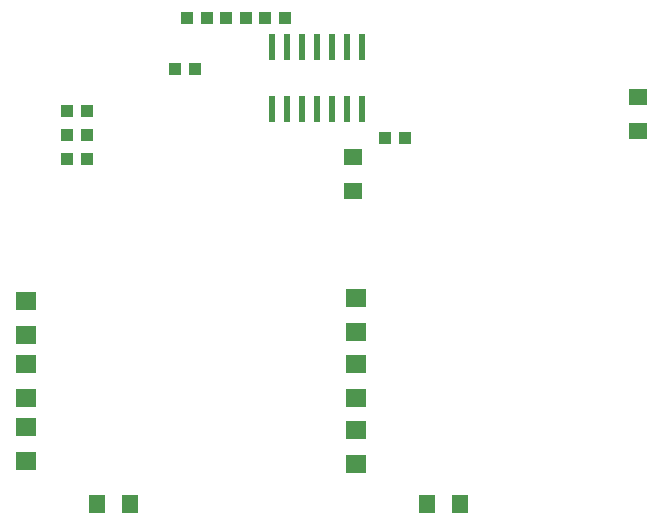
<source format=gtp>
G75*
%MOIN*%
%OFA0B0*%
%FSLAX24Y24*%
%IPPOS*%
%LPD*%
%AMOC8*
5,1,8,0,0,1.08239X$1,22.5*
%
%ADD10R,0.0709X0.0630*%
%ADD11R,0.0236X0.0866*%
%ADD12R,0.0630X0.0551*%
%ADD13R,0.0551X0.0630*%
%ADD14R,0.0433X0.0394*%
D10*
X001200Y003429D03*
X001200Y004531D03*
X001200Y005529D03*
X001200Y006631D03*
X001200Y007629D03*
X001200Y008731D03*
X012200Y008831D03*
X012200Y007729D03*
X012200Y006631D03*
X012200Y005529D03*
X012200Y004431D03*
X012200Y003329D03*
D11*
X012400Y015156D03*
X011900Y015156D03*
X011400Y015156D03*
X010900Y015156D03*
X010400Y015156D03*
X009900Y015156D03*
X009400Y015156D03*
X009400Y017204D03*
X009900Y017204D03*
X010400Y017204D03*
X010900Y017204D03*
X011400Y017204D03*
X011900Y017204D03*
X012400Y017204D03*
D12*
X012100Y013531D03*
X012100Y012429D03*
X021600Y014429D03*
X021600Y015531D03*
D13*
X003549Y001980D03*
X004651Y001980D03*
X014549Y001980D03*
X015651Y001980D03*
D14*
X003235Y013480D03*
X002565Y013480D03*
X002565Y014280D03*
X003235Y014280D03*
X003235Y015080D03*
X002565Y015080D03*
X006165Y016480D03*
X006835Y016480D03*
X006565Y018180D03*
X007235Y018180D03*
X007865Y018180D03*
X008535Y018180D03*
X009165Y018180D03*
X009835Y018180D03*
X013165Y014180D03*
X013835Y014180D03*
M02*

</source>
